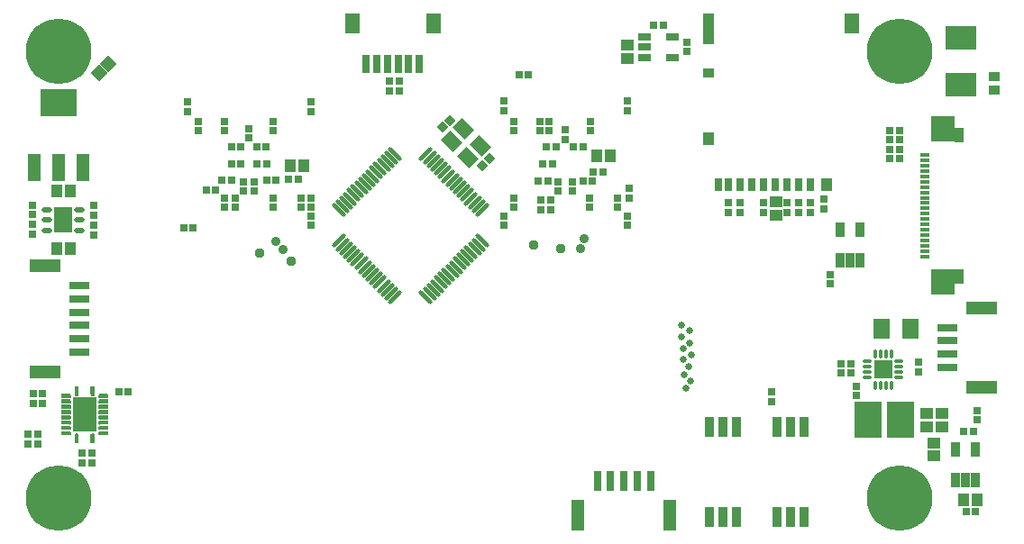
<source format=gbs>
G04 Layer_Color=16711935*
%FSLAX44Y44*%
%MOMM*%
G71*
G01*
G75*
%ADD89R,0.7100X0.7100*%
%ADD90R,0.8000X0.8000*%
%ADD91R,0.8000X0.8000*%
%ADD101R,0.7100X0.7100*%
%ADD104R,1.7300X2.4800*%
%ADD105O,0.9800X0.4800*%
%ADD106R,1.1100X1.1600*%
%ADD108R,1.1600X1.1100*%
%ADD116R,2.8600X1.1600*%
%ADD117R,1.8600X0.7600*%
%ADD120C,0.1600*%
%ADD121C,6.1600*%
%ADD122R,1.1100X0.9600*%
%ADD123R,2.9030X2.3190*%
%ADD124R,0.7600X1.8600*%
%ADD125R,1.1600X2.8600*%
%ADD126R,0.9220X1.8745*%
%ADD127R,0.7400X1.6900*%
%ADD128R,1.3400X1.9400*%
%ADD129R,0.8100X1.3600*%
%ADD130R,0.8800X0.3800*%
%ADD131R,2.2800X2.4800*%
%ADD132R,0.9300X1.3800*%
%ADD133R,0.7400X0.7400*%
%ADD134R,0.7200X0.7200*%
%ADD135R,0.7400X0.7400*%
%ADD136R,0.7200X0.7200*%
%ADD137R,1.3800X1.9800*%
%ADD138R,1.0800X2.8800*%
%ADD139R,1.0800X0.8800*%
%ADD140R,1.0800X1.2800*%
%ADD141R,0.7800X1.2800*%
%ADD142R,2.2100X3.2100*%
%ADD143C,0.2400*%
%ADD144O,0.2900X0.9400*%
%ADD145O,0.9400X0.2900*%
%ADD146R,1.7400X1.7400*%
%ADD147R,1.5600X1.9600*%
%ADD148R,2.6100X3.5100*%
G04:AMPARAMS|DCode=149|XSize=0.38mm|YSize=1.68mm|CornerRadius=0mm|HoleSize=0mm|Usage=FLASHONLY|Rotation=135.000|XOffset=0mm|YOffset=0mm|HoleType=Round|Shape=Round|*
%AMOVALD149*
21,1,1.3000,0.3800,0.0000,0.0000,225.0*
1,1,0.3800,0.4596,0.4596*
1,1,0.3800,-0.4596,-0.4596*
%
%ADD149OVALD149*%

G04:AMPARAMS|DCode=150|XSize=0.38mm|YSize=1.68mm|CornerRadius=0mm|HoleSize=0mm|Usage=FLASHONLY|Rotation=225.000|XOffset=0mm|YOffset=0mm|HoleType=Round|Shape=Round|*
%AMOVALD150*
21,1,1.3000,0.3800,0.0000,0.0000,315.0*
1,1,0.3800,-0.4596,0.4596*
1,1,0.3800,0.4596,-0.4596*
%
%ADD150OVALD150*%

G04:AMPARAMS|DCode=151|XSize=1.16mm|YSize=1.11mm|CornerRadius=0mm|HoleSize=0mm|Usage=FLASHONLY|Rotation=135.000|XOffset=0mm|YOffset=0mm|HoleType=Round|Shape=Rectangle|*
%AMROTATEDRECTD151*
4,1,4,0.8026,-0.0177,0.0177,-0.8026,-0.8026,0.0177,-0.0177,0.8026,0.8026,-0.0177,0.0*
%
%ADD151ROTATEDRECTD151*%

%ADD152R,1.1600X2.5100*%
%ADD153R,3.4600X2.5100*%
%ADD154P,1.1314X4X360.0*%
G04:AMPARAMS|DCode=155|XSize=1.56mm|YSize=1.31mm|CornerRadius=0mm|HoleSize=0mm|Usage=FLASHONLY|Rotation=135.000|XOffset=0mm|YOffset=0mm|HoleType=Round|Shape=Rectangle|*
%AMROTATEDRECTD155*
4,1,4,1.0147,-0.0884,0.0884,-1.0147,-1.0147,0.0884,-0.0884,1.0147,1.0147,-0.0884,0.0*
%
%ADD155ROTATEDRECTD155*%

%ADD156R,1.1600X0.7600*%
%ADD157C,0.6800*%
%ADD158C,0.9600*%
%ADD159C,0.8800*%
G36*
X-429270Y-284999D02*
X-429221Y-285004D01*
X-429148Y-285026D01*
X-429126Y-285033D01*
X-429040Y-285079D01*
X-428964Y-285141D01*
X-428141Y-285963D01*
X-428079Y-286040D01*
X-428032Y-286126D01*
X-428026Y-286148D01*
X-428004Y-286221D01*
X-427999Y-286270D01*
X-427994Y-286319D01*
X-427994Y-286319D01*
Y-287481D01*
Y-287481D01*
D01*
X-427995Y-287490D01*
X-428004Y-287579D01*
X-428032Y-287673D01*
X-428054Y-287714D01*
X-428079Y-287760D01*
X-428107Y-287795D01*
X-428141Y-287837D01*
X-428142Y-287837D01*
X-428963Y-288659D01*
X-428964Y-288659D01*
X-428998Y-288687D01*
X-429040Y-288721D01*
X-429127Y-288768D01*
X-429221Y-288796D01*
X-429230Y-288797D01*
X-429319Y-288806D01*
X-429319Y-288806D01*
X-429900D01*
X-429934Y-288802D01*
X-437000D01*
X-437098Y-288793D01*
X-437192Y-288764D01*
X-437279Y-288718D01*
X-437355Y-288655D01*
X-437418Y-288579D01*
X-437464Y-288492D01*
X-437493Y-288398D01*
X-437502Y-288300D01*
Y-285500D01*
X-437493Y-285402D01*
X-437464Y-285308D01*
X-437418Y-285221D01*
X-437355Y-285145D01*
X-437279Y-285082D01*
X-437192Y-285036D01*
X-437098Y-285007D01*
X-437000Y-284998D01*
X-429934D01*
X-429900Y-284994D01*
X-429319D01*
X-429319Y-284994D01*
X-429270Y-284999D01*
D02*
G37*
G36*
X-401681Y-289994D02*
X-401100D01*
X-401066Y-289998D01*
X-394000D01*
X-393902Y-290007D01*
X-393808Y-290036D01*
X-393721Y-290082D01*
X-393645Y-290145D01*
X-393582Y-290221D01*
X-393536Y-290308D01*
X-393507Y-290402D01*
X-393498Y-290500D01*
Y-293300D01*
X-393507Y-293398D01*
X-393536Y-293492D01*
X-393582Y-293579D01*
X-393645Y-293655D01*
X-393721Y-293718D01*
X-393808Y-293764D01*
X-393902Y-293793D01*
X-394000Y-293802D01*
X-401066D01*
X-401100Y-293806D01*
X-401681D01*
X-401681Y-293806D01*
X-401771Y-293797D01*
X-401779Y-293796D01*
X-401874Y-293768D01*
X-401960Y-293721D01*
X-402002Y-293687D01*
X-402037Y-293659D01*
X-402037Y-293658D01*
X-402859Y-292836D01*
X-402921Y-292760D01*
X-402967Y-292674D01*
X-402974Y-292652D01*
X-402996Y-292579D01*
X-403001Y-292530D01*
X-403006Y-292481D01*
X-403006Y-292481D01*
Y-291319D01*
X-402996Y-291221D01*
X-402974Y-291148D01*
X-402967Y-291126D01*
X-402921Y-291040D01*
X-402859Y-290963D01*
X-402037Y-290142D01*
X-402037Y-290141D01*
X-401960Y-290079D01*
X-401874Y-290033D01*
X-401852Y-290026D01*
X-401779Y-290004D01*
X-401730Y-289999D01*
X-401681Y-289994D01*
X-401681Y-289994D01*
D02*
G37*
G36*
Y-284994D02*
X-401100D01*
X-401066Y-284998D01*
X-394000D01*
X-393902Y-285007D01*
X-393808Y-285036D01*
X-393721Y-285082D01*
X-393645Y-285145D01*
X-393582Y-285221D01*
X-393536Y-285308D01*
X-393507Y-285402D01*
X-393498Y-285500D01*
Y-288300D01*
X-393507Y-288398D01*
X-393536Y-288492D01*
X-393582Y-288579D01*
X-393645Y-288655D01*
X-393721Y-288718D01*
X-393808Y-288764D01*
X-393902Y-288793D01*
X-394000Y-288802D01*
X-401066D01*
X-401100Y-288806D01*
X-401681D01*
X-401681Y-288806D01*
X-401771Y-288797D01*
X-401779Y-288796D01*
X-401874Y-288768D01*
X-401960Y-288721D01*
X-402002Y-288687D01*
X-402037Y-288659D01*
X-402037Y-288659D01*
X-402859Y-287837D01*
X-402921Y-287760D01*
X-402967Y-287674D01*
X-402974Y-287652D01*
X-402996Y-287579D01*
X-403001Y-287530D01*
X-403006Y-287481D01*
X-403006Y-287481D01*
Y-286319D01*
X-402996Y-286221D01*
X-402974Y-286148D01*
X-402967Y-286126D01*
X-402921Y-286040D01*
X-402859Y-285963D01*
X-402037Y-285142D01*
X-402037Y-285141D01*
X-401960Y-285079D01*
X-401874Y-285033D01*
X-401852Y-285026D01*
X-401779Y-285004D01*
X-401730Y-284999D01*
X-401681Y-284994D01*
X-401681Y-284994D01*
D02*
G37*
G36*
Y-279994D02*
X-401100D01*
X-401066Y-279998D01*
X-394000D01*
X-393902Y-280007D01*
X-393808Y-280036D01*
X-393721Y-280082D01*
X-393645Y-280145D01*
X-393582Y-280221D01*
X-393536Y-280308D01*
X-393507Y-280402D01*
X-393498Y-280500D01*
Y-283300D01*
X-393507Y-283398D01*
X-393536Y-283492D01*
X-393582Y-283579D01*
X-393645Y-283655D01*
X-393721Y-283718D01*
X-393808Y-283764D01*
X-393902Y-283793D01*
X-394000Y-283802D01*
X-401066D01*
X-401100Y-283806D01*
X-401681D01*
X-401681Y-283806D01*
X-401771Y-283797D01*
X-401779Y-283796D01*
X-401874Y-283768D01*
X-401960Y-283721D01*
X-402002Y-283687D01*
X-402037Y-283659D01*
X-402037Y-283658D01*
X-402859Y-282836D01*
X-402921Y-282760D01*
X-402967Y-282674D01*
X-402974Y-282652D01*
X-402996Y-282579D01*
X-403001Y-282530D01*
X-403006Y-282481D01*
X-403006Y-282481D01*
Y-281319D01*
X-402996Y-281221D01*
X-402974Y-281148D01*
X-402967Y-281126D01*
X-402921Y-281040D01*
X-402859Y-280963D01*
X-402037Y-280142D01*
X-402037Y-280141D01*
X-401960Y-280079D01*
X-401874Y-280033D01*
X-401852Y-280026D01*
X-401779Y-280004D01*
X-401730Y-279999D01*
X-401681Y-279994D01*
X-401681Y-279994D01*
D02*
G37*
G36*
X-429270Y-279999D02*
X-429221Y-280004D01*
X-429148Y-280026D01*
X-429126Y-280033D01*
X-429040Y-280079D01*
X-428964Y-280141D01*
X-428141Y-280963D01*
X-428079Y-281040D01*
X-428032Y-281126D01*
X-428026Y-281148D01*
X-428004Y-281221D01*
X-427999Y-281270D01*
X-427994Y-281319D01*
X-427994Y-281319D01*
Y-282481D01*
Y-282481D01*
D01*
X-427995Y-282490D01*
X-428004Y-282579D01*
X-428032Y-282673D01*
X-428054Y-282714D01*
X-428079Y-282760D01*
X-428107Y-282795D01*
X-428141Y-282836D01*
X-428142Y-282837D01*
X-428963Y-283658D01*
X-428964Y-283659D01*
X-428998Y-283687D01*
X-429040Y-283721D01*
X-429127Y-283768D01*
X-429221Y-283796D01*
X-429230Y-283797D01*
X-429319Y-283806D01*
X-429319Y-283806D01*
X-429900D01*
X-429934Y-283802D01*
X-437000D01*
X-437098Y-283793D01*
X-437192Y-283764D01*
X-437279Y-283718D01*
X-437355Y-283655D01*
X-437418Y-283579D01*
X-437464Y-283492D01*
X-437493Y-283398D01*
X-437502Y-283300D01*
Y-280500D01*
X-437493Y-280402D01*
X-437464Y-280308D01*
X-437418Y-280221D01*
X-437355Y-280145D01*
X-437279Y-280082D01*
X-437192Y-280036D01*
X-437098Y-280007D01*
X-437000Y-279998D01*
X-429934D01*
X-429900Y-279994D01*
X-429319D01*
X-429319Y-279994D01*
X-429270Y-279999D01*
D02*
G37*
G36*
X-401681Y-294994D02*
X-401100D01*
X-401066Y-294998D01*
X-394000D01*
X-393902Y-295007D01*
X-393808Y-295036D01*
X-393721Y-295082D01*
X-393645Y-295145D01*
X-393582Y-295221D01*
X-393536Y-295308D01*
X-393507Y-295402D01*
X-393498Y-295500D01*
Y-298300D01*
X-393507Y-298398D01*
X-393536Y-298492D01*
X-393582Y-298579D01*
X-393645Y-298655D01*
X-393721Y-298718D01*
X-393808Y-298764D01*
X-393902Y-298793D01*
X-394000Y-298802D01*
X-401066D01*
X-401100Y-298806D01*
X-401681D01*
X-401681Y-298806D01*
X-401771Y-298797D01*
X-401779Y-298796D01*
X-401874Y-298768D01*
X-401960Y-298721D01*
X-402002Y-298687D01*
X-402037Y-298659D01*
X-402037Y-298658D01*
X-402859Y-297836D01*
X-402921Y-297760D01*
X-402967Y-297673D01*
X-402974Y-297652D01*
X-402996Y-297579D01*
X-403001Y-297530D01*
X-403006Y-297481D01*
X-403006Y-297481D01*
Y-296319D01*
X-402996Y-296221D01*
X-402974Y-296148D01*
X-402967Y-296126D01*
X-402921Y-296040D01*
X-402859Y-295963D01*
X-402037Y-295142D01*
X-402037Y-295141D01*
X-401960Y-295079D01*
X-401874Y-295033D01*
X-401852Y-295026D01*
X-401779Y-295004D01*
X-401730Y-294999D01*
X-401681Y-294994D01*
X-401681Y-294994D01*
D02*
G37*
G36*
X-429270Y-294999D02*
X-429221Y-295004D01*
X-429148Y-295026D01*
X-429126Y-295033D01*
X-429040Y-295079D01*
X-428964Y-295141D01*
X-428141Y-295963D01*
X-428079Y-296040D01*
X-428032Y-296126D01*
X-428026Y-296148D01*
X-428004Y-296221D01*
X-427999Y-296270D01*
X-427994Y-296319D01*
X-427994Y-296319D01*
Y-297481D01*
Y-297481D01*
D01*
X-427995Y-297490D01*
X-428004Y-297579D01*
X-428032Y-297673D01*
X-428054Y-297714D01*
X-428079Y-297760D01*
X-428107Y-297795D01*
X-428141Y-297836D01*
X-428142Y-297837D01*
X-428963Y-298658D01*
X-428964Y-298659D01*
X-428998Y-298687D01*
X-429040Y-298721D01*
X-429127Y-298768D01*
X-429221Y-298796D01*
X-429230Y-298797D01*
X-429319Y-298806D01*
X-429319Y-298806D01*
X-429900D01*
X-429934Y-298802D01*
X-437000D01*
X-437098Y-298793D01*
X-437192Y-298764D01*
X-437279Y-298718D01*
X-437355Y-298655D01*
X-437418Y-298579D01*
X-437464Y-298492D01*
X-437493Y-298398D01*
X-437502Y-298300D01*
Y-295500D01*
X-437493Y-295402D01*
X-437464Y-295308D01*
X-437418Y-295221D01*
X-437355Y-295145D01*
X-437279Y-295082D01*
X-437192Y-295036D01*
X-437098Y-295007D01*
X-437000Y-294998D01*
X-429934D01*
X-429900Y-294994D01*
X-429319D01*
X-429319Y-294994D01*
X-429270Y-294999D01*
D02*
G37*
G36*
X-422370Y-296899D02*
X-422321Y-296904D01*
X-422248Y-296926D01*
X-422226Y-296933D01*
X-422140Y-296979D01*
X-422063Y-297041D01*
X-421241Y-297864D01*
X-421179Y-297940D01*
X-421133Y-298027D01*
X-421126Y-298048D01*
X-421104Y-298121D01*
X-421099Y-298170D01*
X-421094Y-298219D01*
X-421094Y-298219D01*
Y-298800D01*
X-421098Y-298834D01*
Y-305900D01*
X-421107Y-305998D01*
X-421136Y-306092D01*
X-421182Y-306179D01*
X-421245Y-306255D01*
X-421321Y-306318D01*
X-421408Y-306364D01*
X-421502Y-306393D01*
X-421600Y-306402D01*
X-424400D01*
X-424498Y-306393D01*
X-424592Y-306364D01*
X-424679Y-306318D01*
X-424755Y-306255D01*
X-424818Y-306179D01*
X-424864Y-306092D01*
X-424893Y-305998D01*
X-424902Y-305900D01*
Y-298834D01*
X-424906Y-298800D01*
Y-298219D01*
X-424896Y-298121D01*
X-424874Y-298048D01*
X-424868Y-298027D01*
X-424821Y-297940D01*
X-424759Y-297864D01*
X-423937Y-297041D01*
X-423937Y-297041D01*
X-423860Y-296979D01*
X-423773Y-296933D01*
X-423752Y-296926D01*
X-423679Y-296904D01*
X-423630Y-296899D01*
X-423581Y-296894D01*
X-423581Y-296894D01*
X-422419D01*
X-422419Y-296894D01*
X-422370Y-296899D01*
D02*
G37*
G36*
X-429270Y-289999D02*
X-429221Y-290004D01*
X-429148Y-290026D01*
X-429126Y-290033D01*
X-429040Y-290079D01*
X-428964Y-290141D01*
X-428141Y-290963D01*
X-428079Y-291040D01*
X-428032Y-291126D01*
X-428026Y-291148D01*
X-428004Y-291221D01*
X-427999Y-291270D01*
X-427994Y-291319D01*
X-427994Y-291319D01*
Y-292481D01*
Y-292481D01*
D01*
X-427995Y-292490D01*
X-428004Y-292579D01*
X-428032Y-292673D01*
X-428054Y-292714D01*
X-428079Y-292760D01*
X-428107Y-292795D01*
X-428141Y-292836D01*
X-428142Y-292837D01*
X-428963Y-293658D01*
X-428964Y-293659D01*
X-428998Y-293687D01*
X-429040Y-293721D01*
X-429127Y-293768D01*
X-429221Y-293796D01*
X-429230Y-293797D01*
X-429319Y-293806D01*
X-429319Y-293806D01*
X-429900D01*
X-429934Y-293802D01*
X-437000D01*
X-437098Y-293793D01*
X-437192Y-293764D01*
X-437279Y-293718D01*
X-437355Y-293655D01*
X-437418Y-293579D01*
X-437464Y-293492D01*
X-437493Y-293398D01*
X-437502Y-293300D01*
Y-290500D01*
X-437493Y-290402D01*
X-437464Y-290308D01*
X-437418Y-290221D01*
X-437355Y-290145D01*
X-437279Y-290082D01*
X-437192Y-290036D01*
X-437098Y-290007D01*
X-437000Y-289998D01*
X-429934D01*
X-429900Y-289994D01*
X-429319D01*
X-429319Y-289994D01*
X-429270Y-289999D01*
D02*
G37*
G36*
X-407370Y-296899D02*
X-407321Y-296904D01*
X-407248Y-296926D01*
X-407226Y-296933D01*
X-407140Y-296979D01*
X-407063Y-297041D01*
X-406241Y-297864D01*
X-406179Y-297940D01*
X-406133Y-298027D01*
X-406126Y-298048D01*
X-406104Y-298121D01*
X-406099Y-298170D01*
X-406094Y-298219D01*
X-406094Y-298219D01*
Y-298800D01*
X-406098Y-298834D01*
Y-305900D01*
X-406107Y-305998D01*
X-406136Y-306092D01*
X-406182Y-306179D01*
X-406245Y-306255D01*
X-406321Y-306318D01*
X-406408Y-306364D01*
X-406502Y-306393D01*
X-406600Y-306402D01*
X-409400D01*
X-409498Y-306393D01*
X-409592Y-306364D01*
X-409679Y-306318D01*
X-409755Y-306255D01*
X-409818Y-306179D01*
X-409864Y-306092D01*
X-409893Y-305998D01*
X-409902Y-305900D01*
Y-298834D01*
X-409906Y-298800D01*
Y-298219D01*
X-409896Y-298121D01*
X-409874Y-298048D01*
X-409868Y-298027D01*
X-409821Y-297940D01*
X-409759Y-297864D01*
X-408937Y-297041D01*
X-408937Y-297041D01*
X-408860Y-296979D01*
X-408773Y-296933D01*
X-408752Y-296926D01*
X-408679Y-296904D01*
X-408630Y-296899D01*
X-408581Y-296894D01*
X-408581Y-296894D01*
X-407419D01*
X-407419Y-296894D01*
X-407370Y-296899D01*
D02*
G37*
G36*
X-429270Y-259999D02*
X-429221Y-260004D01*
X-429148Y-260026D01*
X-429126Y-260033D01*
X-429040Y-260079D01*
X-428964Y-260141D01*
X-428141Y-260963D01*
X-428079Y-261040D01*
X-428032Y-261126D01*
X-428026Y-261148D01*
X-428004Y-261221D01*
X-427999Y-261270D01*
X-427994Y-261319D01*
X-427994Y-261319D01*
Y-262481D01*
Y-262481D01*
D01*
X-427995Y-262490D01*
X-428004Y-262579D01*
X-428032Y-262673D01*
X-428054Y-262714D01*
X-428079Y-262760D01*
X-428107Y-262795D01*
X-428141Y-262837D01*
X-428142Y-262837D01*
X-428963Y-263659D01*
X-428964Y-263659D01*
X-428998Y-263687D01*
X-429040Y-263721D01*
X-429127Y-263768D01*
X-429221Y-263796D01*
X-429230Y-263797D01*
X-429319Y-263806D01*
X-429319Y-263806D01*
X-429900D01*
X-429934Y-263802D01*
X-437000D01*
X-437098Y-263793D01*
X-437192Y-263764D01*
X-437279Y-263718D01*
X-437355Y-263655D01*
X-437418Y-263579D01*
X-437464Y-263492D01*
X-437493Y-263398D01*
X-437502Y-263300D01*
Y-260500D01*
X-437493Y-260402D01*
X-437464Y-260308D01*
X-437418Y-260221D01*
X-437355Y-260145D01*
X-437279Y-260082D01*
X-437192Y-260036D01*
X-437098Y-260007D01*
X-437000Y-259998D01*
X-429934D01*
X-429900Y-259994D01*
X-429319D01*
X-429319Y-259994D01*
X-429270Y-259999D01*
D02*
G37*
G36*
X-401681Y-264994D02*
X-401100D01*
X-401066Y-264998D01*
X-394000D01*
X-393902Y-265007D01*
X-393808Y-265036D01*
X-393721Y-265082D01*
X-393645Y-265145D01*
X-393582Y-265221D01*
X-393536Y-265308D01*
X-393507Y-265402D01*
X-393498Y-265500D01*
Y-268300D01*
X-393507Y-268398D01*
X-393536Y-268492D01*
X-393582Y-268579D01*
X-393645Y-268655D01*
X-393721Y-268718D01*
X-393808Y-268764D01*
X-393902Y-268793D01*
X-394000Y-268802D01*
X-401066D01*
X-401100Y-268806D01*
X-401681D01*
X-401681Y-268806D01*
X-401771Y-268797D01*
X-401779Y-268796D01*
X-401874Y-268768D01*
X-401960Y-268721D01*
X-402002Y-268687D01*
X-402037Y-268659D01*
X-402037Y-268658D01*
X-402859Y-267836D01*
X-402921Y-267760D01*
X-402967Y-267674D01*
X-402974Y-267652D01*
X-402996Y-267579D01*
X-403001Y-267530D01*
X-403006Y-267481D01*
X-403006Y-267481D01*
Y-266319D01*
X-402996Y-266221D01*
X-402974Y-266148D01*
X-402967Y-266126D01*
X-402921Y-266040D01*
X-402859Y-265963D01*
X-402037Y-265142D01*
X-402037Y-265141D01*
X-401960Y-265079D01*
X-401874Y-265033D01*
X-401852Y-265026D01*
X-401779Y-265004D01*
X-401730Y-264999D01*
X-401681Y-264994D01*
X-401681Y-264994D01*
D02*
G37*
G36*
Y-259994D02*
X-401100D01*
X-401066Y-259998D01*
X-394000D01*
X-393902Y-260007D01*
X-393808Y-260036D01*
X-393721Y-260082D01*
X-393645Y-260145D01*
X-393582Y-260221D01*
X-393536Y-260308D01*
X-393507Y-260402D01*
X-393498Y-260500D01*
Y-263300D01*
X-393507Y-263398D01*
X-393536Y-263492D01*
X-393582Y-263579D01*
X-393645Y-263655D01*
X-393721Y-263718D01*
X-393808Y-263764D01*
X-393902Y-263793D01*
X-394000Y-263802D01*
X-401066D01*
X-401100Y-263806D01*
X-401681D01*
X-401681Y-263806D01*
X-401771Y-263797D01*
X-401779Y-263796D01*
X-401874Y-263768D01*
X-401960Y-263721D01*
X-402002Y-263687D01*
X-402037Y-263659D01*
X-402037Y-263659D01*
X-402859Y-262837D01*
X-402921Y-262760D01*
X-402967Y-262674D01*
X-402974Y-262652D01*
X-402996Y-262579D01*
X-403001Y-262530D01*
X-403006Y-262481D01*
X-403006Y-262481D01*
Y-261319D01*
X-402996Y-261221D01*
X-402974Y-261148D01*
X-402967Y-261126D01*
X-402921Y-261040D01*
X-402859Y-260963D01*
X-402037Y-260142D01*
X-402037Y-260141D01*
X-401960Y-260079D01*
X-401874Y-260033D01*
X-401852Y-260026D01*
X-401779Y-260004D01*
X-401730Y-259999D01*
X-401681Y-259994D01*
X-401681Y-259994D01*
D02*
G37*
G36*
X-406502Y-252407D02*
X-406408Y-252436D01*
X-406321Y-252482D01*
X-406245Y-252545D01*
X-406182Y-252621D01*
X-406136Y-252708D01*
X-406107Y-252802D01*
X-406098Y-252900D01*
Y-259966D01*
X-406094Y-260000D01*
Y-260581D01*
Y-260581D01*
D01*
X-406095Y-260590D01*
X-406104Y-260679D01*
X-406133Y-260774D01*
X-406154Y-260814D01*
X-406179Y-260860D01*
X-406207Y-260895D01*
X-406241Y-260937D01*
X-406241Y-260937D01*
X-407063Y-261758D01*
X-407063Y-261759D01*
X-407098Y-261787D01*
X-407140Y-261821D01*
X-407226Y-261868D01*
X-407321Y-261896D01*
X-407329Y-261897D01*
X-407419Y-261906D01*
X-407419Y-261906D01*
X-408581D01*
X-408581Y-261906D01*
X-408671Y-261897D01*
X-408679Y-261896D01*
X-408773Y-261868D01*
X-408860Y-261821D01*
X-408902Y-261787D01*
X-408937Y-261759D01*
X-408937Y-261758D01*
X-409759Y-260937D01*
X-409821Y-260860D01*
X-409868Y-260774D01*
X-409874Y-260752D01*
X-409896Y-260679D01*
X-409901Y-260630D01*
X-409906Y-260581D01*
X-409906Y-260581D01*
Y-260000D01*
X-409902Y-259966D01*
Y-252900D01*
X-409893Y-252802D01*
X-409864Y-252708D01*
X-409818Y-252621D01*
X-409755Y-252545D01*
X-409679Y-252482D01*
X-409592Y-252436D01*
X-409498Y-252407D01*
X-409400Y-252398D01*
X-406600D01*
X-406502Y-252407D01*
D02*
G37*
G36*
X-421502D02*
X-421408Y-252436D01*
X-421321Y-252482D01*
X-421245Y-252545D01*
X-421182Y-252621D01*
X-421136Y-252708D01*
X-421107Y-252802D01*
X-421098Y-252900D01*
Y-259966D01*
X-421094Y-260000D01*
Y-260581D01*
Y-260581D01*
D01*
X-421095Y-260590D01*
X-421104Y-260679D01*
X-421133Y-260774D01*
X-421154Y-260814D01*
X-421179Y-260860D01*
X-421207Y-260895D01*
X-421241Y-260937D01*
X-421242Y-260937D01*
X-422063Y-261758D01*
X-422063Y-261759D01*
X-422098Y-261787D01*
X-422140Y-261821D01*
X-422226Y-261868D01*
X-422321Y-261896D01*
X-422329Y-261897D01*
X-422419Y-261906D01*
X-422419Y-261906D01*
X-423581D01*
X-423581Y-261906D01*
X-423671Y-261897D01*
X-423679Y-261896D01*
X-423773Y-261868D01*
X-423860Y-261821D01*
X-423902Y-261787D01*
X-423937Y-261759D01*
X-423937Y-261758D01*
X-424759Y-260937D01*
X-424821Y-260860D01*
X-424868Y-260774D01*
X-424874Y-260752D01*
X-424896Y-260679D01*
X-424901Y-260630D01*
X-424906Y-260581D01*
X-424906Y-260581D01*
Y-260000D01*
X-424902Y-259966D01*
Y-252900D01*
X-424893Y-252802D01*
X-424864Y-252708D01*
X-424818Y-252621D01*
X-424755Y-252545D01*
X-424679Y-252482D01*
X-424592Y-252436D01*
X-424498Y-252407D01*
X-424400Y-252398D01*
X-421600D01*
X-421502Y-252407D01*
D02*
G37*
G36*
X-401681Y-274994D02*
X-401100D01*
X-401066Y-274998D01*
X-394000D01*
X-393902Y-275007D01*
X-393808Y-275036D01*
X-393721Y-275082D01*
X-393645Y-275145D01*
X-393582Y-275221D01*
X-393536Y-275308D01*
X-393507Y-275402D01*
X-393498Y-275500D01*
Y-278300D01*
X-393507Y-278398D01*
X-393536Y-278492D01*
X-393582Y-278579D01*
X-393645Y-278655D01*
X-393721Y-278718D01*
X-393808Y-278764D01*
X-393902Y-278793D01*
X-394000Y-278802D01*
X-401066D01*
X-401100Y-278806D01*
X-401681D01*
X-401681Y-278806D01*
X-401771Y-278797D01*
X-401779Y-278796D01*
X-401874Y-278768D01*
X-401960Y-278721D01*
X-402002Y-278687D01*
X-402037Y-278659D01*
X-402037Y-278658D01*
X-402859Y-277837D01*
X-402921Y-277760D01*
X-402967Y-277674D01*
X-402974Y-277652D01*
X-402996Y-277579D01*
X-403001Y-277530D01*
X-403006Y-277481D01*
X-403006Y-277481D01*
Y-276319D01*
X-402996Y-276221D01*
X-402974Y-276148D01*
X-402967Y-276126D01*
X-402921Y-276040D01*
X-402859Y-275963D01*
X-402037Y-275142D01*
X-402037Y-275141D01*
X-401960Y-275079D01*
X-401874Y-275033D01*
X-401852Y-275026D01*
X-401779Y-275004D01*
X-401730Y-274999D01*
X-401681Y-274994D01*
X-401681Y-274994D01*
D02*
G37*
G36*
X-429270Y-274999D02*
X-429221Y-275004D01*
X-429148Y-275026D01*
X-429126Y-275033D01*
X-429040Y-275079D01*
X-428964Y-275141D01*
X-428141Y-275963D01*
X-428079Y-276040D01*
X-428032Y-276126D01*
X-428026Y-276148D01*
X-428004Y-276221D01*
X-427999Y-276270D01*
X-427994Y-276319D01*
X-427994Y-276319D01*
Y-277481D01*
Y-277481D01*
D01*
X-427995Y-277490D01*
X-428004Y-277579D01*
X-428032Y-277673D01*
X-428054Y-277714D01*
X-428079Y-277760D01*
X-428107Y-277795D01*
X-428141Y-277837D01*
X-428142Y-277837D01*
X-428963Y-278658D01*
X-428964Y-278659D01*
X-428998Y-278687D01*
X-429040Y-278721D01*
X-429127Y-278768D01*
X-429221Y-278796D01*
X-429230Y-278797D01*
X-429319Y-278806D01*
X-429319Y-278806D01*
X-429900D01*
X-429934Y-278802D01*
X-437000D01*
X-437098Y-278793D01*
X-437192Y-278764D01*
X-437279Y-278718D01*
X-437355Y-278655D01*
X-437418Y-278579D01*
X-437464Y-278492D01*
X-437493Y-278398D01*
X-437502Y-278300D01*
Y-275500D01*
X-437493Y-275402D01*
X-437464Y-275308D01*
X-437418Y-275221D01*
X-437355Y-275145D01*
X-437279Y-275082D01*
X-437192Y-275036D01*
X-437098Y-275007D01*
X-437000Y-274998D01*
X-429934D01*
X-429900Y-274994D01*
X-429319D01*
X-429319Y-274994D01*
X-429270Y-274999D01*
D02*
G37*
G36*
Y-269999D02*
X-429221Y-270004D01*
X-429148Y-270026D01*
X-429126Y-270033D01*
X-429040Y-270079D01*
X-428964Y-270141D01*
X-428141Y-270963D01*
X-428079Y-271040D01*
X-428032Y-271126D01*
X-428026Y-271148D01*
X-428004Y-271221D01*
X-427999Y-271270D01*
X-427994Y-271319D01*
X-427994Y-271319D01*
Y-272481D01*
Y-272481D01*
D01*
X-427995Y-272490D01*
X-428004Y-272579D01*
X-428032Y-272673D01*
X-428054Y-272714D01*
X-428079Y-272760D01*
X-428107Y-272795D01*
X-428141Y-272836D01*
X-428142Y-272837D01*
X-428963Y-273658D01*
X-428964Y-273659D01*
X-428998Y-273687D01*
X-429040Y-273721D01*
X-429127Y-273768D01*
X-429221Y-273796D01*
X-429230Y-273797D01*
X-429319Y-273806D01*
X-429319Y-273806D01*
X-429900D01*
X-429934Y-273802D01*
X-437000D01*
X-437098Y-273793D01*
X-437192Y-273764D01*
X-437279Y-273718D01*
X-437355Y-273655D01*
X-437418Y-273579D01*
X-437464Y-273492D01*
X-437493Y-273398D01*
X-437502Y-273300D01*
Y-270500D01*
X-437493Y-270402D01*
X-437464Y-270308D01*
X-437418Y-270221D01*
X-437355Y-270145D01*
X-437279Y-270082D01*
X-437192Y-270036D01*
X-437098Y-270007D01*
X-437000Y-269998D01*
X-429934D01*
X-429900Y-269994D01*
X-429319D01*
X-429319Y-269994D01*
X-429270Y-269999D01*
D02*
G37*
G36*
Y-264999D02*
X-429221Y-265004D01*
X-429148Y-265026D01*
X-429126Y-265033D01*
X-429040Y-265079D01*
X-428964Y-265141D01*
X-428141Y-265963D01*
X-428079Y-266040D01*
X-428032Y-266126D01*
X-428026Y-266148D01*
X-428004Y-266221D01*
X-427999Y-266270D01*
X-427994Y-266319D01*
X-427994Y-266319D01*
Y-267481D01*
Y-267481D01*
D01*
X-427995Y-267490D01*
X-428004Y-267579D01*
X-428032Y-267673D01*
X-428054Y-267714D01*
X-428079Y-267760D01*
X-428107Y-267795D01*
X-428141Y-267836D01*
X-428142Y-267837D01*
X-428963Y-268658D01*
X-428964Y-268659D01*
X-428998Y-268687D01*
X-429040Y-268721D01*
X-429127Y-268768D01*
X-429221Y-268796D01*
X-429230Y-268797D01*
X-429319Y-268806D01*
X-429319Y-268806D01*
X-429900D01*
X-429934Y-268802D01*
X-437000D01*
X-437098Y-268793D01*
X-437192Y-268764D01*
X-437279Y-268718D01*
X-437355Y-268655D01*
X-437418Y-268579D01*
X-437464Y-268492D01*
X-437493Y-268398D01*
X-437502Y-268300D01*
Y-265500D01*
X-437493Y-265402D01*
X-437464Y-265308D01*
X-437418Y-265221D01*
X-437355Y-265145D01*
X-437279Y-265082D01*
X-437192Y-265036D01*
X-437098Y-265007D01*
X-437000Y-264998D01*
X-429934D01*
X-429900Y-264994D01*
X-429319D01*
X-429319Y-264994D01*
X-429270Y-264999D01*
D02*
G37*
G36*
X-401681Y-269994D02*
X-401100D01*
X-401066Y-269998D01*
X-394000D01*
X-393902Y-270007D01*
X-393808Y-270036D01*
X-393721Y-270082D01*
X-393645Y-270145D01*
X-393582Y-270221D01*
X-393536Y-270308D01*
X-393507Y-270402D01*
X-393498Y-270500D01*
Y-273300D01*
X-393507Y-273398D01*
X-393536Y-273492D01*
X-393582Y-273579D01*
X-393645Y-273655D01*
X-393721Y-273718D01*
X-393808Y-273764D01*
X-393902Y-273793D01*
X-394000Y-273802D01*
X-401066D01*
X-401100Y-273806D01*
X-401681D01*
X-401681Y-273806D01*
X-401771Y-273797D01*
X-401779Y-273796D01*
X-401874Y-273768D01*
X-401960Y-273721D01*
X-402002Y-273687D01*
X-402037Y-273659D01*
X-402037Y-273658D01*
X-402859Y-272836D01*
X-402921Y-272760D01*
X-402967Y-272673D01*
X-402974Y-272652D01*
X-402996Y-272579D01*
X-403001Y-272530D01*
X-403006Y-272481D01*
X-403006Y-272481D01*
Y-271319D01*
X-402996Y-271221D01*
X-402974Y-271148D01*
X-402967Y-271126D01*
X-402921Y-271040D01*
X-402859Y-270963D01*
X-402037Y-270142D01*
X-402037Y-270141D01*
X-401960Y-270079D01*
X-401874Y-270033D01*
X-401852Y-270026D01*
X-401779Y-270004D01*
X-401730Y-269999D01*
X-401681Y-269994D01*
X-401681Y-269994D01*
D02*
G37*
D89*
X-455000Y-269000D02*
D03*
Y-260000D02*
D03*
X-464000Y-269000D02*
D03*
Y-260000D02*
D03*
X-468500Y-298000D02*
D03*
Y-307000D02*
D03*
X-459500Y-298000D02*
D03*
Y-307000D02*
D03*
X368000Y-239000D02*
D03*
Y-230000D02*
D03*
X295000Y-231500D02*
D03*
Y-240500D02*
D03*
X304000Y-231500D02*
D03*
Y-240500D02*
D03*
X309000Y-252500D02*
D03*
Y-261500D02*
D03*
X255000Y-89000D02*
D03*
Y-80000D02*
D03*
X244500Y-89000D02*
D03*
Y-80000D02*
D03*
X222500Y-89000D02*
D03*
Y-80000D02*
D03*
X266500Y-89000D02*
D03*
Y-80000D02*
D03*
X189000Y-89000D02*
D03*
Y-80000D02*
D03*
X200500Y-89000D02*
D03*
Y-80000D02*
D03*
X-406500Y-101500D02*
D03*
Y-110500D02*
D03*
Y-92000D02*
D03*
Y-83000D02*
D03*
X-464500Y-100500D02*
D03*
Y-109500D02*
D03*
Y-82500D02*
D03*
Y-91500D02*
D03*
X285000Y-156500D02*
D03*
Y-147500D02*
D03*
X422500Y-284500D02*
D03*
Y-275500D02*
D03*
D90*
X-383500Y-258000D02*
D03*
X-374500D02*
D03*
X15000Y-44000D02*
D03*
X24000D02*
D03*
X-322500Y-104000D02*
D03*
X-313500D02*
D03*
X-244500Y-59000D02*
D03*
X-235500D02*
D03*
X-224000Y-58000D02*
D03*
X-215000D02*
D03*
X-277500Y-59000D02*
D03*
X-286500D02*
D03*
X-277500Y-28000D02*
D03*
X-245000D02*
D03*
X-301400Y-68000D02*
D03*
X-277500Y-44000D02*
D03*
X-268500D02*
D03*
X-253500D02*
D03*
X-244500D02*
D03*
X10500Y-60000D02*
D03*
X19500D02*
D03*
X61500D02*
D03*
X52500D02*
D03*
X43500Y-28000D02*
D03*
X52500D02*
D03*
X18500D02*
D03*
X62500Y-51000D02*
D03*
X71500D02*
D03*
X419500Y-295000D02*
D03*
X410500D02*
D03*
X421500Y-370500D02*
D03*
X412500D02*
D03*
D91*
X230000Y-267000D02*
D03*
Y-258000D02*
D03*
X278500Y-77000D02*
D03*
Y-86000D02*
D03*
X-203000Y-101500D02*
D03*
Y-92500D02*
D03*
X-309000Y-12500D02*
D03*
Y-3500D02*
D03*
X-319000Y14500D02*
D03*
Y5500D02*
D03*
X-203000Y14500D02*
D03*
Y5500D02*
D03*
X-284000Y-12500D02*
D03*
Y-3500D02*
D03*
X-261000Y-10500D02*
D03*
X-238000Y-12500D02*
D03*
Y-3500D02*
D03*
X-274000Y-84500D02*
D03*
Y-75500D02*
D03*
X-256000Y-60500D02*
D03*
Y-69500D02*
D03*
X-284000Y-84500D02*
D03*
X-238000D02*
D03*
Y-75500D02*
D03*
X-266000Y-69500D02*
D03*
Y-60500D02*
D03*
X-203000Y-75500D02*
D03*
Y-84500D02*
D03*
X-212000Y-75500D02*
D03*
Y-84500D02*
D03*
X-12000Y-12500D02*
D03*
Y-3500D02*
D03*
Y-84500D02*
D03*
Y-75500D02*
D03*
X-22000Y-101500D02*
D03*
Y-92500D02*
D03*
X94000D02*
D03*
Y-101500D02*
D03*
Y6500D02*
D03*
Y15500D02*
D03*
X-22000D02*
D03*
Y6500D02*
D03*
X21000Y-3500D02*
D03*
Y-12500D02*
D03*
X60000Y-3500D02*
D03*
Y-12500D02*
D03*
X12000Y-3500D02*
D03*
Y-12500D02*
D03*
X36000Y-11500D02*
D03*
X22000Y-86500D02*
D03*
Y-77500D02*
D03*
X59000Y-84500D02*
D03*
Y-75500D02*
D03*
X29000Y-60500D02*
D03*
Y-69500D02*
D03*
X43000Y-60500D02*
D03*
Y-69500D02*
D03*
X13000Y-77500D02*
D03*
Y-86500D02*
D03*
X85000Y-75500D02*
D03*
Y-84500D02*
D03*
X96000Y-75500D02*
D03*
Y-66500D02*
D03*
X150000Y62000D02*
D03*
Y71000D02*
D03*
D101*
X-120000Y25000D02*
D03*
X-129000D02*
D03*
X-120000Y34500D02*
D03*
X-129000D02*
D03*
X-418000Y-315500D02*
D03*
X-409000D02*
D03*
X350000Y-21000D02*
D03*
X341000D02*
D03*
X350000Y-12000D02*
D03*
X341000D02*
D03*
X1500Y40000D02*
D03*
X-7500D02*
D03*
X341000Y-30000D02*
D03*
X350000D02*
D03*
X341000Y-38500D02*
D03*
X350000D02*
D03*
X128000Y87000D02*
D03*
X119000D02*
D03*
X-409000Y-324500D02*
D03*
X-418000D02*
D03*
D104*
X-435500Y-96500D02*
D03*
D105*
X-450750Y-87000D02*
D03*
Y-96500D02*
D03*
Y-106000D02*
D03*
X-420250D02*
D03*
Y-96500D02*
D03*
Y-87000D02*
D03*
D106*
X-222000Y-45500D02*
D03*
X-209500D02*
D03*
X65750Y-36000D02*
D03*
X78250D02*
D03*
X-429250Y-123000D02*
D03*
X-441750D02*
D03*
X-429250Y-69500D02*
D03*
X-441750D02*
D03*
X410500Y-359500D02*
D03*
X423000D02*
D03*
D108*
X375000Y-278250D02*
D03*
Y-290750D02*
D03*
X390000Y-278250D02*
D03*
Y-290750D02*
D03*
X234000Y-91750D02*
D03*
Y-79250D02*
D03*
X94500Y67750D02*
D03*
Y55250D02*
D03*
X382000Y-305750D02*
D03*
Y-318250D02*
D03*
D116*
X427000Y-179000D02*
D03*
Y-253500D02*
D03*
X-452500Y-139500D02*
D03*
Y-239000D02*
D03*
D117*
X395000Y-235000D02*
D03*
Y-222500D02*
D03*
Y-210000D02*
D03*
Y-197500D02*
D03*
X-420500Y-158000D02*
D03*
Y-170500D02*
D03*
Y-220500D02*
D03*
Y-208000D02*
D03*
Y-195500D02*
D03*
Y-183000D02*
D03*
D120*
X-380414Y-324000D02*
D03*
X290400Y-293520D02*
D03*
D121*
X-440000Y-358000D02*
D03*
X350000D02*
D03*
Y62000D02*
D03*
X-440000D02*
D03*
D122*
X438500Y38500D02*
D03*
Y25500D02*
D03*
D123*
X408000Y75100D02*
D03*
Y30900D02*
D03*
D124*
X66000Y-341500D02*
D03*
X116000D02*
D03*
X103500D02*
D03*
X91000D02*
D03*
X78500D02*
D03*
D125*
X134500Y-373500D02*
D03*
X47500D02*
D03*
D126*
X171050Y-291273D02*
D03*
X183750D02*
D03*
X196450D02*
D03*
X234550D02*
D03*
X247250D02*
D03*
X259950D02*
D03*
X234550Y-375728D02*
D03*
X247250D02*
D03*
X259950D02*
D03*
X196450D02*
D03*
X183750D02*
D03*
X171050D02*
D03*
D127*
X-151000Y50000D02*
D03*
X-101000D02*
D03*
X-141000D02*
D03*
X-131000D02*
D03*
X-121000D02*
D03*
X-111000D02*
D03*
D128*
X-164000Y88750D02*
D03*
X-88000D02*
D03*
D129*
X313000Y-105500D02*
D03*
X294000D02*
D03*
Y-134500D02*
D03*
X303500D02*
D03*
X313000D02*
D03*
X421493Y-312004D02*
D03*
X402493D02*
D03*
Y-341004D02*
D03*
X411993D02*
D03*
X421493D02*
D03*
D130*
X374000Y-60500D02*
D03*
Y-70500D02*
D03*
Y-80500D02*
D03*
Y-90500D02*
D03*
Y-130500D02*
D03*
Y-125500D02*
D03*
Y-120500D02*
D03*
Y-115500D02*
D03*
Y-110500D02*
D03*
Y-100500D02*
D03*
Y-50500D02*
D03*
Y-105500D02*
D03*
Y-95500D02*
D03*
Y-85500D02*
D03*
Y-75500D02*
D03*
Y-65500D02*
D03*
Y-55500D02*
D03*
Y-45500D02*
D03*
Y-40500D02*
D03*
Y-35500D02*
D03*
D131*
X391000Y-11000D02*
D03*
Y-155000D02*
D03*
D132*
X406250Y-16500D02*
D03*
Y-149500D02*
D03*
D133*
X-268500Y-28000D02*
D03*
X-254000D02*
D03*
D134*
X-292400Y-68000D02*
D03*
X27500Y-28000D02*
D03*
D135*
X-261000Y-19500D02*
D03*
D136*
X-284000Y-75500D02*
D03*
X36000Y-20500D02*
D03*
D137*
X305220Y88115D02*
D03*
D138*
X170220Y83615D02*
D03*
D139*
Y42115D02*
D03*
D140*
Y-19885D02*
D03*
X281720Y-62885D02*
D03*
D141*
X179720D02*
D03*
X189220D02*
D03*
X200220D02*
D03*
X211220D02*
D03*
X222220D02*
D03*
X233220D02*
D03*
X244220D02*
D03*
X255220D02*
D03*
X266220D02*
D03*
D142*
X-415500Y-279400D02*
D03*
D143*
X-395400Y-261900D02*
D03*
Y-266900D02*
D03*
Y-271900D02*
D03*
Y-276900D02*
D03*
Y-281900D02*
D03*
Y-286900D02*
D03*
Y-291900D02*
D03*
Y-296900D02*
D03*
X-408000Y-304500D02*
D03*
X-423000D02*
D03*
X-435600Y-296900D02*
D03*
Y-291900D02*
D03*
Y-286900D02*
D03*
Y-281900D02*
D03*
Y-276900D02*
D03*
Y-271900D02*
D03*
Y-266900D02*
D03*
Y-261900D02*
D03*
X-423000Y-254300D02*
D03*
X-408000D02*
D03*
D144*
X342000Y-252000D02*
D03*
X337000D02*
D03*
X332000D02*
D03*
X327000D02*
D03*
Y-222000D02*
D03*
X332000D02*
D03*
X337000D02*
D03*
X342000D02*
D03*
D145*
X319500Y-244500D02*
D03*
Y-239500D02*
D03*
Y-234500D02*
D03*
Y-229500D02*
D03*
X349500D02*
D03*
Y-234500D02*
D03*
Y-239500D02*
D03*
Y-244500D02*
D03*
D146*
X334500Y-237000D02*
D03*
D147*
X332750Y-198500D02*
D03*
X360250D02*
D03*
D148*
X351250Y-284500D02*
D03*
X320750D02*
D03*
D149*
X-95004Y-33971D02*
D03*
X-91469Y-37507D02*
D03*
X-87933Y-41042D02*
D03*
X-84398Y-44578D02*
D03*
X-80862Y-48113D02*
D03*
X-77327Y-51649D02*
D03*
X-73791Y-55184D02*
D03*
X-70256Y-58720D02*
D03*
X-66720Y-62256D02*
D03*
X-63184Y-65791D02*
D03*
X-59649Y-69327D02*
D03*
X-56114Y-72862D02*
D03*
X-52578Y-76398D02*
D03*
X-49042Y-79933D02*
D03*
X-45507Y-83469D02*
D03*
X-41971Y-87004D02*
D03*
X-123996Y-169029D02*
D03*
X-127531Y-165493D02*
D03*
X-131067Y-161958D02*
D03*
X-134602Y-158422D02*
D03*
X-138138Y-154887D02*
D03*
X-141673Y-151351D02*
D03*
X-145209Y-147816D02*
D03*
X-148744Y-144280D02*
D03*
X-152280Y-140744D02*
D03*
X-155815Y-137209D02*
D03*
X-159351Y-133673D02*
D03*
X-162887Y-130138D02*
D03*
X-166422Y-126602D02*
D03*
X-169958Y-123067D02*
D03*
X-173493Y-119531D02*
D03*
X-177029Y-115996D02*
D03*
D150*
X-41971D02*
D03*
X-45507Y-119531D02*
D03*
X-49042Y-123067D02*
D03*
X-52578Y-126602D02*
D03*
X-56113Y-130138D02*
D03*
X-59649Y-133673D02*
D03*
X-63184Y-137209D02*
D03*
X-66720Y-140744D02*
D03*
X-70256Y-144280D02*
D03*
X-73791Y-147816D02*
D03*
X-77327Y-151351D02*
D03*
X-80862Y-154887D02*
D03*
X-84398Y-158422D02*
D03*
X-87933Y-161958D02*
D03*
X-91469Y-165493D02*
D03*
X-95004Y-169029D02*
D03*
X-177029Y-87004D02*
D03*
X-173493Y-83469D02*
D03*
X-169958Y-79933D02*
D03*
X-166422Y-76398D02*
D03*
X-162887Y-72862D02*
D03*
X-159351Y-69327D02*
D03*
X-155815Y-65791D02*
D03*
X-152280Y-62256D02*
D03*
X-148744Y-58720D02*
D03*
X-145209Y-55184D02*
D03*
X-141673Y-51649D02*
D03*
X-138138Y-48113D02*
D03*
X-134602Y-44578D02*
D03*
X-131067Y-41042D02*
D03*
X-127531Y-37507D02*
D03*
X-123996Y-33971D02*
D03*
D151*
X-393081Y50419D02*
D03*
X-401919Y41581D02*
D03*
D152*
X-417000Y-46750D02*
D03*
X-440000D02*
D03*
X-463000D02*
D03*
D153*
X-440000Y13750D02*
D03*
D154*
X-35636Y-38636D02*
D03*
X-42000Y-45000D02*
D03*
X-79182Y-9182D02*
D03*
X-72818Y-2818D02*
D03*
D155*
X-44065Y-26621D02*
D03*
X-59621Y-11065D02*
D03*
X-70935Y-22379D02*
D03*
X-55379Y-37935D02*
D03*
D156*
X136995Y56506D02*
D03*
Y75506D02*
D03*
X109995D02*
D03*
Y66006D02*
D03*
Y56506D02*
D03*
D157*
X145500Y-206000D02*
D03*
X154500Y-223500D02*
D03*
X153000Y-200500D02*
D03*
X145500Y-195000D02*
D03*
X154000Y-247500D02*
D03*
X149000Y-254500D02*
D03*
X153000Y-212500D02*
D03*
X151500Y-234000D02*
D03*
X147000Y-227500D02*
D03*
X147000Y-217500D02*
D03*
X148000Y-242000D02*
D03*
D158*
X6500Y-120000D02*
D03*
X32000Y-123500D02*
D03*
X-221500Y-135000D02*
D03*
X-251500Y-127500D02*
D03*
D159*
X54095Y-113985D02*
D03*
X50000Y-123000D02*
D03*
X-229000Y-124000D02*
D03*
X-236000Y-116500D02*
D03*
M02*

</source>
